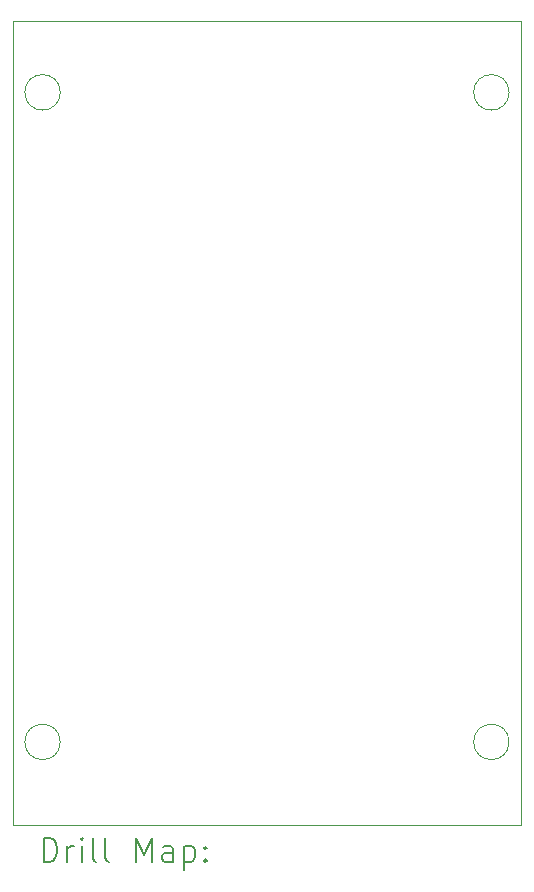
<source format=gbr>
%TF.GenerationSoftware,KiCad,Pcbnew,8.0.6*%
%TF.CreationDate,2025-10-25T19:26:17+02:00*%
%TF.ProjectId,COSMO Adapter v1.0,434f534d-4f20-4416-9461-707465722076,rev?*%
%TF.SameCoordinates,Original*%
%TF.FileFunction,Drillmap*%
%TF.FilePolarity,Positive*%
%FSLAX45Y45*%
G04 Gerber Fmt 4.5, Leading zero omitted, Abs format (unit mm)*
G04 Created by KiCad (PCBNEW 8.0.6) date 2025-10-25 19:26:17*
%MOMM*%
%LPD*%
G01*
G04 APERTURE LIST*
%ADD10C,0.050000*%
%ADD11C,0.200000*%
G04 APERTURE END LIST*
D10*
X17250000Y-7450000D02*
G75*
G02*
X16950000Y-7450000I-150000J0D01*
G01*
X16950000Y-7450000D02*
G75*
G02*
X17250000Y-7450000I150000J0D01*
G01*
X13050000Y-6850000D02*
X17350000Y-6850000D01*
X17350000Y-13650000D01*
X13050000Y-13650000D01*
X13050000Y-6850000D01*
X17250000Y-12950000D02*
G75*
G02*
X16950000Y-12950000I-150000J0D01*
G01*
X16950000Y-12950000D02*
G75*
G02*
X17250000Y-12950000I150000J0D01*
G01*
X13450000Y-12950000D02*
G75*
G02*
X13150000Y-12950000I-150000J0D01*
G01*
X13150000Y-12950000D02*
G75*
G02*
X13450000Y-12950000I150000J0D01*
G01*
X13450000Y-7450000D02*
G75*
G02*
X13150000Y-7450000I-150000J0D01*
G01*
X13150000Y-7450000D02*
G75*
G02*
X13450000Y-7450000I150000J0D01*
G01*
D11*
X13308277Y-13963984D02*
X13308277Y-13763984D01*
X13308277Y-13763984D02*
X13355896Y-13763984D01*
X13355896Y-13763984D02*
X13384467Y-13773508D01*
X13384467Y-13773508D02*
X13403515Y-13792555D01*
X13403515Y-13792555D02*
X13413039Y-13811603D01*
X13413039Y-13811603D02*
X13422562Y-13849698D01*
X13422562Y-13849698D02*
X13422562Y-13878269D01*
X13422562Y-13878269D02*
X13413039Y-13916365D01*
X13413039Y-13916365D02*
X13403515Y-13935412D01*
X13403515Y-13935412D02*
X13384467Y-13954460D01*
X13384467Y-13954460D02*
X13355896Y-13963984D01*
X13355896Y-13963984D02*
X13308277Y-13963984D01*
X13508277Y-13963984D02*
X13508277Y-13830650D01*
X13508277Y-13868746D02*
X13517801Y-13849698D01*
X13517801Y-13849698D02*
X13527324Y-13840174D01*
X13527324Y-13840174D02*
X13546372Y-13830650D01*
X13546372Y-13830650D02*
X13565420Y-13830650D01*
X13632086Y-13963984D02*
X13632086Y-13830650D01*
X13632086Y-13763984D02*
X13622562Y-13773508D01*
X13622562Y-13773508D02*
X13632086Y-13783031D01*
X13632086Y-13783031D02*
X13641610Y-13773508D01*
X13641610Y-13773508D02*
X13632086Y-13763984D01*
X13632086Y-13763984D02*
X13632086Y-13783031D01*
X13755896Y-13963984D02*
X13736848Y-13954460D01*
X13736848Y-13954460D02*
X13727324Y-13935412D01*
X13727324Y-13935412D02*
X13727324Y-13763984D01*
X13860658Y-13963984D02*
X13841610Y-13954460D01*
X13841610Y-13954460D02*
X13832086Y-13935412D01*
X13832086Y-13935412D02*
X13832086Y-13763984D01*
X14089229Y-13963984D02*
X14089229Y-13763984D01*
X14089229Y-13763984D02*
X14155896Y-13906841D01*
X14155896Y-13906841D02*
X14222562Y-13763984D01*
X14222562Y-13763984D02*
X14222562Y-13963984D01*
X14403515Y-13963984D02*
X14403515Y-13859222D01*
X14403515Y-13859222D02*
X14393991Y-13840174D01*
X14393991Y-13840174D02*
X14374943Y-13830650D01*
X14374943Y-13830650D02*
X14336848Y-13830650D01*
X14336848Y-13830650D02*
X14317801Y-13840174D01*
X14403515Y-13954460D02*
X14384467Y-13963984D01*
X14384467Y-13963984D02*
X14336848Y-13963984D01*
X14336848Y-13963984D02*
X14317801Y-13954460D01*
X14317801Y-13954460D02*
X14308277Y-13935412D01*
X14308277Y-13935412D02*
X14308277Y-13916365D01*
X14308277Y-13916365D02*
X14317801Y-13897317D01*
X14317801Y-13897317D02*
X14336848Y-13887793D01*
X14336848Y-13887793D02*
X14384467Y-13887793D01*
X14384467Y-13887793D02*
X14403515Y-13878269D01*
X14498753Y-13830650D02*
X14498753Y-14030650D01*
X14498753Y-13840174D02*
X14517801Y-13830650D01*
X14517801Y-13830650D02*
X14555896Y-13830650D01*
X14555896Y-13830650D02*
X14574943Y-13840174D01*
X14574943Y-13840174D02*
X14584467Y-13849698D01*
X14584467Y-13849698D02*
X14593991Y-13868746D01*
X14593991Y-13868746D02*
X14593991Y-13925888D01*
X14593991Y-13925888D02*
X14584467Y-13944936D01*
X14584467Y-13944936D02*
X14574943Y-13954460D01*
X14574943Y-13954460D02*
X14555896Y-13963984D01*
X14555896Y-13963984D02*
X14517801Y-13963984D01*
X14517801Y-13963984D02*
X14498753Y-13954460D01*
X14679705Y-13944936D02*
X14689229Y-13954460D01*
X14689229Y-13954460D02*
X14679705Y-13963984D01*
X14679705Y-13963984D02*
X14670182Y-13954460D01*
X14670182Y-13954460D02*
X14679705Y-13944936D01*
X14679705Y-13944936D02*
X14679705Y-13963984D01*
X14679705Y-13840174D02*
X14689229Y-13849698D01*
X14689229Y-13849698D02*
X14679705Y-13859222D01*
X14679705Y-13859222D02*
X14670182Y-13849698D01*
X14670182Y-13849698D02*
X14679705Y-13840174D01*
X14679705Y-13840174D02*
X14679705Y-13859222D01*
M02*

</source>
